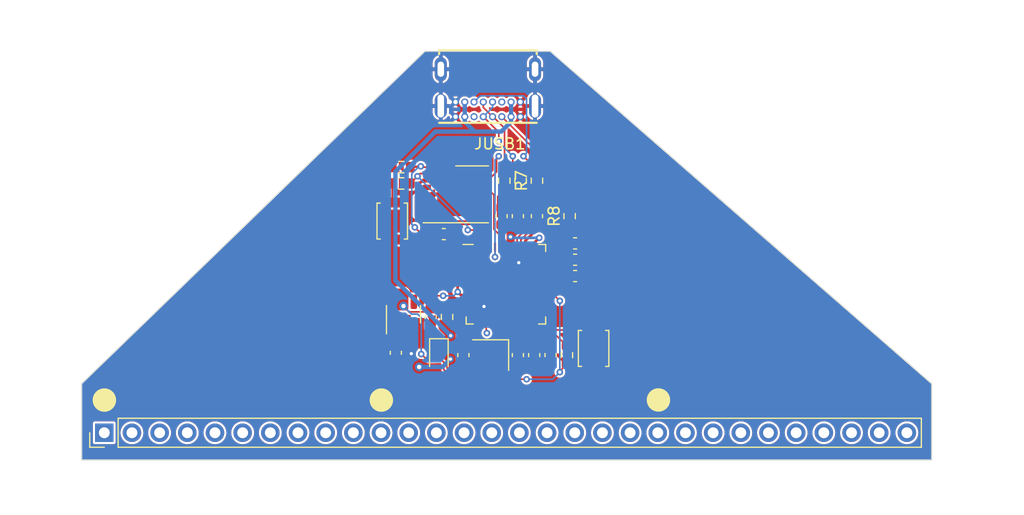
<source format=kicad_pcb>
(kicad_pcb (version 20221018) (generator pcbnew)
  (layers (0 "F.Cu" signal) (31 "B.Cu" signal) (34 "B.Paste" user) (35 "F.Paste" user) (36 "B.SilkS" user "B.Silkscreen") (37 "F.SilkS" user "F.Silkscreen") (38 "B.Mask" user) (39 "F.Mask" user) (44 "Edge.Cuts" user))
  (net 0 "")
  (net 1 "GND")
  (net 2 "+3V3")
  (net 3 "+5V")
  (net 4 "Net-(U1-VREG_VOUT)")
  (net 5 "Net-(U1-XIN)")
  (net 6 "Net-(U1-XOUT)")
  (net 7 "/~{QSPI_CS}")
  (net 8 "/USBBOOT")
  (net 9 "/~{RESET}")
  (net 10 "/USB_D-")
  (net 11 "/D-")
  (net 12 "/USB_D+")
  (net 13 "/D+")
  (net 14 "/QSPI_SD1")
  (net 15 "/QSPI_SD2")
  (net 16 "/QSPI_SD0")
  (net 17 "/QSPI_SCLK")
  (net 18 "/QSPI_SD3")
  (net 19 "/GPIO29")
  (net 20 "/GPIO28")
  (net 21 "/GPIO27")
  (net 22 "/GPIO26")
  (net 23 "/GPIO25")
  (net 24 "/GPIO24")
  (net 25 "/GPIO23")
  (net 26 "/GPIO22")
  (net 27 "/GPIO21")
  (net 28 "/GPIO20")
  (net 29 "/GPIO19")
  (net 30 "/GPIO18")
  (net 31 "/GPIO17")
  (net 32 "/GPIO16")
  (net 33 "/GPIO15")
  (net 34 "/GPIO14")
  (net 35 "/GPIO13")
  (net 36 "/GPIO12")
  (net 37 "/GPIO11")
  (net 38 "/GPIO10")
  (net 39 "/GPIO9")
  (net 40 "/GPIO8")
  (net 41 "/GPIO7")
  (net 42 "/GPIO6")
  (net 43 "/GPIO5")
  (net 44 "/GPIO4")
  (net 45 "/GPIO3")
  (net 46 "/GPIO2")
  (net 47 "/GPIO1")
  (net 48 "/GPIO0")
  (net 49 "Net-(D1-K)")
  (net 50 "Net-(JUSB1-CC1)")
  (net 53 "Net-(JUSB1-CC2)")
  (footprint "Button_Switch_SMD:SW_SPST_B3U-1000P" (layer "F.Cu") (at 142 79.57 90)
    (fp_text reference "SW2" hide)
    (fp_text value "SW_RESET" hide)
  )
  (footprint "Connector_PinHeader_2.54mm:PinHeader_1x30_P2.54mm_Vertical" (layer "F.Cu") (at 115.57 99 90)
    (fp_text reference "J2" hide)
    (fp_text value "Conn_01x30_Socket")
  )
  (footprint "Resistor_SMD:R_0603_1608Metric" (layer "F.Cu") (at 158.03 91.87 90)
    (fp_text reference "R2" hide)
    (fp_text value "10K")
  )
  (footprint "Resistor_SMD:R_0603_1608Metric" (layer "F.Cu") (at 158.28 79.12 90)
    (fp_text reference "R8")
    (fp_text value "5.1k")
  )
  (footprint "Package_TO_SOT_SMD:SOT-23-5" (layer "F.Cu") (at 143.03 88.12 90)
    (fp_text reference "U2" hide)
    (fp_text value "AP2112K-3.3" hide)
  )
  (footprint "Package_DFN_QFN_Extra:QFN-56_EP_7x7_Pitch0.4mm" (layer "F.Cu") (at 152.43 85.37)
    (fp_text reference "U1" hide)
    (fp_text value "RP2040")
  )
  (footprint "Capacitor_SMD:C_0603_1608Metric" (layer "F.Cu") (at 153.53 91.87 -90)
    (fp_text reference "C15" hide)
    (fp_text value "12pF")
  )
  (footprint "Resistor_SMD:R_0603_1608Metric" (layer "F.Cu") (at 142.83 76.12)
    (fp_text reference "R1" hide)
    (fp_text value "1K")
  )
  (footprint "Keyboard:GCT_USB4085-GF-A_REVA4" (layer "F.Cu") (at 150.78 65.97 180)
    (fp_text reference "JUSB1")
    (fp_text value "USB Port")
  )
  (footprint "Capacitor_SMD:C_0603_1608Metric" (layer "F.Cu") (at 155.28 79.12 90)
    (fp_text reference "C13" hide)
    (fp_text value "1uF")
  )
  (footprint "Capacitor_SMD:C_0603_1608Metric" (layer "F.Cu") (at 152.03 79.12 90)
    (fp_text reference "C12" hide)
    (fp_text value "0.1uF")
  )
  (footprint "Capacitor_SMD:C_0603_1608Metric" (layer "F.Cu") (at 158.78 83.12)
    (fp_text reference "C5" hide)
    (fp_text value "0.1uF")
  )
  (footprint "Resistor_SMD:R_0603_1608Metric" (layer "F.Cu") (at 155.28 75.87 90)
    (fp_text reference "R7")
    (fp_text value "5.1k" hide)
  )
  (footprint "Capacitor_SMD:C_0603_1608Metric" (layer "F.Cu") (at 156.53 91.87 -90)
    (fp_text reference "C11" hide)
    (fp_text value "0.1uF")
  )
  (footprint "Package_SON:WSON-8-1EP_6x5mm_P1.27mm_EP3.4x4mm" (layer "F.Cu") (at 147.83 77.12)
    (fp_text reference "U3" hide)
    (fp_text value "W25Q64JV" hide)
  )
  (footprint "Capacitor_SMD:C_0603_1608Metric" (layer "F.Cu") (at 158.78 84.62)
    (fp_text reference "C4" hide)
    (fp_text value "0.1uF")
  )
  (footprint "Resistor_SMD:R_0603_1608Metric" (layer "F.Cu") (at 147.03 88.37 -90)
    (fp_text reference "R6" hide)
    (fp_text value "100K")
  )
  (footprint "Button_Switch_SMD:SW_SPST_B3U-1000P" (layer "F.Cu") (at 160.48 91.26 90)
    (fp_text reference "SW1" hide)
    (fp_text value "SW_RESET" hide)
  )
  (footprint "Capacitor_SMD:C_0603_1608Metric" (layer "F.Cu") (at 145.53 88.37 90)
    (fp_text reference "C6" hide)
    (fp_text value "10uF")
  )
  (footprint "Capacitor_SMD:C_0603_1608Metric" (layer "F.Cu") (at 158.78 81.62)
    (fp_text reference "C10" hide)
    (fp_text value "1uF")
  )
  (footprint "Resistor_SMD:R_0603_1608Metric" (layer "F.Cu") (at 153.78 75.87 90)
    (fp_text reference "R3" hide)
    (fp_text value "27R")
  )
  (footprint "Capacitor_SMD:C_0603_1608Metric" (layer "F.Cu") (at 148.53 91.87 90)
    (fp_text reference "C14" hide)
    (fp_text value "12pF")
  )
  (footprint "Resistor_SMD:R_0603_1608Metric" (layer "F.Cu") (at 152.28 75.87 90)
    (fp_text reference "R4" hide)
    (fp_text value "27R")
  )
  (footprint "Capacitor_SMD:C_0603_1608Metric" (layer "F.Cu") (at 153.53 79.12 90)
    (fp_text reference "C8" hide)
    (fp_text value "0.1uF")
  )
  (footprint "Diode_SMD:D_SOD-323" (layer "F.Cu") (at 146.28 91.87 -90)
    (fp_text reference "D1" hide)
    (fp_text value "D_Schottky_Small" hide)
  )
  (footprint "Resistor_SMD:R_0603_1608Metric" (layer "F.Cu") (at 142.83 74.62)
    (fp_text reference "R5" hide)
    (fp_text value "10K")
  )
  (footprint "Capacitor_SMD:C_0603_1608Metric" (layer "F.Cu") (at 146.73 80.77 180)
    (fp_text reference "C1" hide)
    (fp_text value "0.1uF")
  )
  (footprint "Crystal:Crystal_SMD_2520-4Pin_2.5x2.0mm" (layer "F.Cu") (at 151.03 91.87 180)
    (fp_text reference "Y1" hide)
    (fp_text value "XYDBPCNANF-12MHZ" hide)
  )
  (footprint "Capacitor_SMD:C_0603_1608Metric" (layer "F.Cu") (at 155.03 91.87 -90)
    (fp_text reference "C3" hide)
    (fp_text value "0.1uF")
  )
  (footprint "Capacitor_SMD:C_0603_1608Metric" (layer "F.Cu") (at 142.33 91.66 -90)
    (fp_text reference "C2" hide)
    (fp_text value "10uF")
  )
  (gr_circle (center 115.58 96) (end 116.58 96) (stroke (width 0.15)) (fill solid) (layer "F.SilkS"))
  (gr_circle (center 141 96) (end 142 96) (stroke (width 0.15)) (fill solid) (layer "F.SilkS"))
  (gr_circle (center 166.43 95.99) (end 167.43 95.99) (stroke (width 0.15)) (fill solid) (layer "F.SilkS"))
  (gr_line (start 156.5 64) (end 191.5 94.5) (stroke (width 0.1)) (layer "Edge.Cuts"))
  (gr_line (start 145 64) (end 156.5 64) (stroke (width 0.1)) (layer "Edge.Cuts"))
  (gr_line (start 191.5 94.5) (end 191.5 101.5) (stroke (width 0.1)) (layer "Edge.Cuts"))
  (gr_line (start 113.5 94.5) (end 145 64) (stroke (width 0.1)) (layer "Edge.Cuts"))
  (gr_line (start 191.5 101.5) (end 113.5 101.5) (stroke (width 0.1)) (layer "Edge.Cuts"))
  (gr_line (start 113.5 101.5) (end 113.5 94.5) (stroke (width 0.1)) (layer "Edge.Cuts"))
  (segment (start 158.242 79.9075) (end 158.28 79.945) (width 0.25) (layer "F.Cu") (net 1))
  (segment (start 148.605 91.17) (end 148.53 91.095) (width 0.3) (layer "F.Cu") (net 1))
  (segment (start 143.36 91.405) (end 142.33 92.435) (width 0.15) (layer "F.Cu") (net 1))
  (segment (start 143.03 90.04) (end 143.36 90.37) (width 0.15) (layer "F.Cu") (net 1))
  (segment (start 143.36 90.37) (end 143.36 91.405) (width 0.15) (layer "F.Cu") (net 1))
  (segment (start 159.555 84.62) (end 159.555 83.12) (width 0.3) (layer "F.Cu") (net 1))
  (segment (start 145.53 89.145) (end 145.53 89.045) (width 0.15) (layer "F.Cu") (net 1))
  (segment (start 156.455 92.57) (end 156.53 92.645) (width 0.3) (layer "F.Cu") (net 1))
  (segment (start 145.53 89.045) (end 147.03 87.545) (width 0.15) (layer "F.Cu") (net 1))
  (segment (start 155.28 76.695) (end 155.28 78.345) (width 0.3) (layer "F.Cu") (net 1))
  (segment (start 150.155 91.17) (end 148.605 91.17) (width 0.3) (layer "F.Cu") (net 1))
  (segment (start 147.83 77.12) (end 147.03 76.32) (width 0.15) (layer "F.Cu") (net 1))
  (segment (start 159.555 83.12) (end 159.555 81.62) (width 0.3) (layer "F.Cu") (net 1))
  (segment (start 151.905 92.57) (end 156.455 92.57) (width 0.3) (layer "F.Cu") (net 1))
  (segment (start 143.03 89.2575) (end 143.03 90.04) (width 0.15) (layer "F.Cu") (net 1))
  (segment (start 153.53 78.345) (end 152.03 78.345) (width 0.3) (layer "F.Cu") (net 1))
  (segment (start 145.168 79.025) (end 145.168 78.9075) (width 0.2) (layer "F.Cu") (net 1))
  (segment (start 147.03 76.32) (end 147.03 75.87) (width 0.15) (layer "F.Cu") (net 1))
  (via (at 153.61 83.39) (size 0.6) (drill 0.3) (layers "F.Cu" "B.Cu") (net 1))
  (via (at 150.42 87.41) (size 0.6) (drill 0.3) (layers "F.Cu" "B.Cu") (net 1))
  (via (at 143.75 91.74) (size 0.6) (drill 0.3) (layers "F.Cu" "B.Cu") (net 1))
  (segment (start 152.63 88.8075) (end 152.63 89.52) (width 0.25) (layer "F.Cu") (net 2))
  (segment (start 157.13 84.87) (end 157.38 84.62) (width 0.25) (layer "F.Cu") (net 2))
  (segment (start 148.005 82.77) (end 147.505 82.27) (width 0.25) (layer "F.Cu") (net 2))
  (segment (start 143.7225 74.5525) (end 144.6202 74.5525) (width 0.15) (layer "F.Cu") (net 2))
  (segment (start 155.8675 86.37) (end 155.868 86.37) (width 0.15) (layer "F.Cu") (net 2))
  (segment (start 155.805 91.87) (end 157.205 91.87) (width 0.3) (layer "F.Cu") (net 2))
  (segment (start 148.5389 94.09) (end 148.045 93.5961) (width 0.15) (layer "F.Cu") (net 2))
  (segment (start 152.63 80.795) (end 153.53 79.895) (width 0.25) (layer "F.Cu") (net 2))
  (segment (start 147.7876 93.5976) (end 147.116 93.5976) (width 0.15) (layer "F.Cu") (net 2))
  (segment (start 158.005 83.12) (end 158.005 84.62) (width 0.25) (layer "F.Cu") (net 2))
  (segment (start 156.253 82.77) (end 156.778 82.245) (width 0.25) (layer "F.Cu") (net 2))
  (segment (start 157.13 85.97) (end 157.13 84.87) (width 0.25) (layer "F.Cu") (net 2))
  (segment (start 147.505 80.77) (end 147.505 81.52) (width 0.4) (layer "F.Cu") (net 2))
  (segment (start 155.03 91.095) (end 155.805 91.87) (width 0.3) (layer "F.Cu") (net 2))
  (segment (start 145.2196 87.9054) (end 145.53 87.595) (width 0.15) (layer "F.Cu") (net 2))
  (segment (start 148.01 86.075) (end 148.01 86.07) (width 0.25) (layer "F.Cu") (net 2))
  (segment (start 155.23 82.77) (end 154.73 82.77) (width 0.25) (layer "F.Cu") (net 2))
  (segment (start 146.7319 93.2135) (end 146.7319 92.5261) (width 0.15) (layer "F.Cu") (net 2))
  (segment (start 149.897 74.62) (end 150.492 75.215) (width 0.15) (layer "F.Cu") (net 2))
  (segment (start 147.505 81.52) (end 147.505 81.895) (width 0.4) (layer "F.Cu") (net 2))
  (segment (start 145.53 86.8) (end 145.9 86.43) (width 0.15) (layer "F.Cu") (net 2))
  (segment (start 152.85 81.015) (end 152.85 81.02) (width 0.25) (layer "F.Cu") (net 2))
  (segment (start 146.67 86.43) (end 146.665 86.43) (width 0.15) (layer "F.Cu") (net 2))
  (segment (start 147.505 81.52) (end 147.505 80.77) (width 0.4) (layer "F.Cu") (net 2))
  (segment (start 154.305 90.37) (end 155.03 91.095) (width 0.25) (layer "F.Cu") (net 2))
  (segment (start 148.992 82.77) (end 148.9925 82.77) (width 0.15) (layer "F.Cu") (net 2))
  (segment (start 154.73 82.77) (end 154.63 82.67) (width 0.25) (layer "F.Cu") (net 2))
  (segment (start 145.53 87.595) (end 145.53 86.8) (width 0.15) (layer "F.Cu") (net 2))
  (segment (start 156.73 86.37) (end 157.13 85.97) (width 0.25) (layer "F.Cu") (net 2))
  (segment (start 158.005 81.237) (end 158.005 81.62) (width 0.25) (layer "F.Cu") (net 2))
  (segment (start 155.23 82.77) (end 155.03 82.57) (width 0.25) (layer "F.Cu") (net 2))
  (segment (start 143.655 74.62) (end 149.897 74.62) (width 0.15) (layer "F.Cu") (net 2))
  (segment (start 143.5309 87.9054) (end 145.2196 87.9054) (width 0.15) (layer "F.Cu") (net 2))
  (segment (start 158.245 92.695) (end 158.03 92.695) (width 0.3) (layer "F.Cu") (net 2))
  (segment (start 152.85 81.02) (end 152.855 81.02) (width 0.25) (layer "F.Cu") (net 2))
  (segment (start 154.63 82.67) (end 154.63 81.9325) (width 0.25) (layer "F.Cu") (net 2))
  (segment (start 148.992 86.37) (end 148.9925 86.37) (width 0.15) (layer "F.Cu") (net 2))
  (segment (start 148.01 86.07) (end 148.005 86.07) (width 0.25) (layer "F.Cu") (net 2))
  (segment (start 147.505 81.895) (end 145.8166 81.895) (width 0.15) (layer "F.Cu") (net 2))
  (segment (start 150.4925 75.215) (end 150.585 75.215) (width 0.25) (layer "F.Cu") (net 2))
  (segment (start 148.005 85.09) (end 148.005 82.77) (width 0.25) (layer "F.Cu") (net 2))
  (segment (start 145.8166 81.895) (end 145.6125 81.6909) (width 0.15) (layer "F.Cu") (net 2))
  (segment (start 152.855 81.02) (end 153.03 81.195) (width 0.25) (layer "F.Cu") (net 2))
  (segment (start 147.7891 93.5961) (end 147.7876 93.5976) (width 0.15) (layer "F.Cu") (net 2))
  (segment (start 155.868 86.37) (end 156.73 86.37) (width 0.25) (layer "F.Cu") (net 2))
  (segment (start 145.6125 81.6909) (end 144.0693 80.1477) (width 0.15) (layer "F.Cu") (net 2))
  (segment (start 156.73 86.37) (end 156.8537 86.37) (width 0.15) (layer "F.Cu") (net 2))
  (segment (start 145.2731 92.3931) (end 144.66 91.78) (width 0.15) (layer "F.Cu") (net 2))
  (segment (start 142.08 86.9825) (end 142.6425 86.9825) (width 0.15) (layer "F.Cu") (net 2))
  (segment (start 150.492 75.215) (end 150.4925 75.215) (width 0.25) (layer "F.Cu") (net 2))
  (segment (start 146.7319 92.5261) (end 146.5989 92.3931) (width 0.15) (layer "F.Cu") (net 2))
  (segment (start 142.6425 86.9825) (end 143.03 87.37) (width 0.15) (layer "F.Cu") (net 2))
  (segment (start 157.38 84.62) (end 158.005 84.62) (width 0.25) (layer "F.Cu") (net 2))
  (segment (start 154.33 94.09) (end 148.5389 94.09) (width 0.15) (layer "F.Cu") (net 2))
  (segment (start 148.005 86.07) (end 148.005 86.07) (width 0.25) (layer "F.Cu") (net 2))
  (segment (start 157.205 91.87) (end 158.03 92.695) (width 0.3) (layer "F.Cu") (net 2))
  (segment (start 148.992 86.37) (end 148.305 86.37) (width 0.25) (layer "F.Cu") (net 2))
  (segment (start 147.505 81.895) (end 147.505 82.27) (width 0.4) (layer "F.Cu") (net 2))
  (segment (start 156.778 82.245) (end 158.005 82.245) (width 0.25) (layer "F.Cu") (net 2))
  (segment (start 155.03 81.9325) (end 155.03 81.57) (width 0.25) (layer "F.Cu") (net 2))
  (segment (start 147.116 93.5976) (end 146.7319 93.2135) (width 0.15) (layer "F.Cu") (net 2))
  (segment (start 148.005 86.07) (end 148.005 85.09) (width 0.25) (layer "F.Cu") (net 2))
  (segment (start 148.305 86.37) (end 148.01 86.075) (width 0.25) (layer "F.Cu") (net 2))
  (segment (start 146.5989 92.3931) (end 145.2731 92.3931) (width 0.15) (layer "F.Cu") (net 2))
  (segment (start 156.8537 86.37) (end 157.3784 86.8947) (width 0.15) (layer "F.Cu") (net 2))
  (segment (start 155.23 82.77) (end 155.8675 82.77) (width 0.25) (layer "F.Cu") (net 2))
  (segment (start 157.3784 93.3466) (end 158.03 92.695) (width 0.15) (layer "F.Cu") (net 2))
  (segment (start 153.48 90.37) (end 154.305 90.37) (width 0.25) (layer "F.Cu") (net 2))
  (segment (start 148.992 82.77) (end 148.005 82.77) (width 0.25) (layer "F.Cu") (net 2))
  (segment (start 148.045 93.5961) (end 147.7891 93.5961) (width 0.15) (layer "F.Cu") (net 2))
  (segment (start 158.005 82.245) (end 158.005 83.12) (width 0.25) (layer "F.Cu") (net 2))
  (segment (start 142.9559 87.3304) (end 143.5309 87.9054) (width 0.15) (layer "F.Cu") (net 2))
  (segment (start 152.63 89.52) (end 153.48 90.37) (width 0.25) (layer "F.Cu") (net 2))
  (segment (start 152.63 81.9325) (end 152.63 80.795) (width 0.25) (layer "F.Cu") (net 2))
  (segment (start 153.03 81.195) (end 153.03 81.9325) (width 0.25) (layer "F.Cu") (net 2))
  (segment (start 157.3784 93.4409) (end 157.3784 93.3466) (width 0.15) (layer "F.Cu") (net 2))
  (segment (start 155.8675 82.77) (end 156.253 82.77) (width 0.25) (layer "F.Cu") (net 2))
  (segment (start 143.655 74.62) (end 143.7225 74.5525) (width 0.15) (layer "F.Cu") (net 2))
  (segment (start 158.005 81.62) (end 158.005 82.245) (width 0.25) (layer "F.Cu") (net 2))
  (segment (start 155.03 82.57) (end 155.03 81.9325) (width 0.25) (layer "F.Cu") (net 2))
  (segment (start 155.03 81.57) (end 155.49 81.11) (width 0.25) (layer "F.Cu") (net 2))
  (segment (start 152.63 80.795) (end 152.85 81.015) (width 0.25) (layer "F.Cu") (net 2))
  (segment (start 145.9 86.43) (end 146.67 86.43) (width 0.15) (layer "F.Cu") (net 2))
  (via (at 152.85 81.02) (size 0.6) (drill 0.3) (layers "F.Cu" "B.Cu") (net 2))
  (via (at 148.01 86.07) (size 0.6) (drill 0.3) (layers "F.Cu" "B.Cu") (net 2))
  (via (at 144.0693 80.1477) (size 0.6) (drill 0.3) (layers "F.Cu" "B.Cu") (net 2))
  (via (at 144.6202 74.5525) (size 0.6) (drill 0.3) (layers "F.Cu" "B.Cu") (net 2))
  (via (at 144.66 91.78) (size 0.6) (drill 0.3) (layers "F.Cu" "B.Cu") (net 2))
  (via (at 146.67 86.43) (size 0.6) (drill 0.3) (layers "F.Cu" "B.Cu") (net 2))
  (via (at 155.49 81.11) (size 0.6) (drill 0.3) (layers "F.Cu" "B.Cu") (net 2))
  (via (at 154.33 94.09) (size 0.6) (drill 0.3) (layers "F.Cu" "B.Cu") (net 2))
  (via (at 157.3784 86.8947) (size 0.6) (drill 0.3) (layers "F.Cu" "B.Cu") (net 2))
  (via (at 157.3784 93.4409) (size 0.6) (drill 0.3) (layers "F.Cu" "B.Cu") (net 2))
  (via (at 143.03 87.37) (size 0.8) (drill 0.4) (layers "F.Cu" "B.Cu") (net 2))
  (segment (start 156.7293 94.09) (end 154.33 94.09) (width 0.15) (layer "B.Cu") (net 2))
  (segment (start 143.7911 75.2246) (end 144.4632 74.5525) (width 0.15) (layer "B.Cu") (net 2))
  (segment (start 143.77 88.11) (end 143.03 87.37) (width 0.15) (layer "B.Cu") (net 2))
  (segment (start 144.0693 80.1477) (end 143.7911 79.8695) (width 0.15) (layer "B.Cu") (net 2))
  (segment (start 157.3784 93.4409) (end 157.3784 86.8947) (width 0.15) (layer "B.Cu") (net 2))
  (segment (start 147.65 86.43) (end 148.01 86.07) (width 0.15) (layer "B.Cu") (net 2))
  (segment (start 157.3784 93.4409) (end 156.7293 94.09) (width 0.15) (layer "B.Cu") (net 2))
  (segment (start 144.66 88.44) (end 144.33 88.11) (width 0.15) (layer "B.Cu") (net 2))
  (segment (start 144.66 91.78) (end 144.66 88.44) (width 0.15) (layer "B.Cu") (net 2))
  (segment (start 144.33 88.11) (end 143.77 88.11) (width 0.15) (layer "B.Cu") (net 2))
  (segment (start 146.67 86.43) (end 147.65 86.43) (width 0.15) (layer "B.Cu") (net 2))
  (segment (start 144.4632 74.5525) (end 144.6202 74.5525) (width 0.15) (layer "B.Cu") (net 2))
  (segment (start 155.49 81.11) (end 152.94 81.11) (width 0.25) (layer "B.Cu") (net 2))
  (segment (start 143.7911 79.8695) (end 143.7911 75.2246) (width 0.15) (layer "B.Cu") (net 2))
  (segment (start 152.94 81.11) (end 152.85 81.02) (width 0.25) (layer "B.Cu") (net 2))
  (via (at 147.34 92.24) (size 0.6) (drill 0.3) (layers "F.Cu" "B.Cu") (net 3))
  (via (at 147.36 90.09) (size 0.6) (drill 0.3) (layers "F.Cu" "B.Cu") (net 3))
  (via (at 144.47 92.96) (size 0.8) (drill 0.4) (layers "F.Cu" "B.Cu") (net 3))
  (segment (start 152.905 69.995) (end 152.905 70.454619) (width 0.4) (layer "B.Cu") (net 3))
  (segment (start 148.655 69.995) (end 148.655 68.645) (width 0.4) (layer "B.Cu") (net 3))
  (segment (start 149.560381 71.36) (end 145.96 71.36) (width 0.4) (layer "B.Cu") (net 3))
  (segment (start 152.905 70.454619) (end 151.999619 71.36) (width 0.4) (layer "B.Cu") (net 3))
  (segment (start 152.905 68.645) (end 152.905 69.995) (width 0.4) (layer "B.Cu") (net 3))
  (segment (start 142.29 85.02) (end 147.36 90.09) (width 0.4) (layer "B.Cu") (net 3))
  (segment (start 149.560381 71.36) (end 148.655 70.454619) (width 0.4) (layer "B.Cu") (net 3))
  (segment (start 145.96 71.36) (end 142.67 74.65) (width 0.4) (layer "B.Cu") (net 3))
  (segment (start 148.655 70.454619) (end 148.655 69.995) (width 0.4) (layer "B.Cu") (net 3))
  (segment (start 142.29 82.28) (end 142.29 85.02) (width 0.4) (layer "B.Cu") (net 3))
  (segment (start 146.62 92.96) (end 147.34 92.24) (width 0.4) (layer "B.Cu") (net 3))
  (segment (start 142.67 74.65) (end 142.29 75.03) (width 0.4) (layer "B.Cu") (net 3))
  (segment (start 151.999619 71.36) (end 149.560381 71.36) (width 0.4) (layer "B.Cu") (net 3))
  (segment (start 144.47 92.96) (end 146.62 92.96) (width 0.4) (layer "B.Cu") (net 3))
  (segment (start 142.29 75.03) (end 142.29 82.28) (width 0.4) (layer "B.Cu") (net 3))
  (segment (start 153.646 89.97) (end 155.405 89.97) (width 0.25) (layer "F.Cu") (net 4))
  (segment (start 152.23 82.47) (end 152.53 82.77) (width 0.25) (layer "F.Cu") (net 4))
  (segment (start 155.28 80.32) (end 155.28 79.895) (width 0.25) (layer "F.Cu") (net 4))
  (segment (start 152.23 80.095) (end 152.03 79.895) (width 0.25) (layer "F.Cu") (net 4))
  (segment (start 153.03 89.3543) (end 153.646 89.97) (width 0.25) (layer "F.Cu") (net 4))
  (segment (start 154.23 81.37) (end 155.28 80.32) (width 0.25) (layer "F.Cu") (net 4))
  (segment (start 152.53 82.77) (end 153.93 82.77) (width 0.25) (layer "F.Cu") (net 4))
  (segment (start 154.82 83.4) (end 153.93 82.77) (width 0.15) (layer "F.Cu") (net 4))
  (segment (start 155.405 89.97) (end 156.53 91.095) (width 0.25) (layer "F.Cu") (net 4))
  (segment (start 153.93 82.77) (end 154.23 82.47) (width 0.25) (layer "F.Cu") (net 4))
  (segment (start 154.23 82.47) (end 154.23 81.9325) (width 0.25) (layer "F.Cu") (net 4))
  (segment (start 153.03 88.8075) (end 153.03 88.19) (width 0.15) (layer "F.Cu") (net 4))
  (segment (start 152.23 81.9325) (end 152.23 82.47) (width 0.25) (layer "F.Cu") (net 4))
  (segment (start 154.81 87.54) (end 154.82 83.4) (width 0.15) (layer "F.Cu") (net 4))
  (segment (start 152.23 81.9325) (end 152.23 80.095) (width 0.25) (layer "F.Cu") (net 4))
  (segment (start 153.03 88.8075) (end 153.03 89.3543) (width 0.25) (layer "F.Cu") (net 4))
  (segment (start 153.03 88.19) (end 154.81 87.54) (width 0.15) (layer "F.Cu") (net 4))
  (segment (start 154.23 81.9325) (end 154.23 81.37) (width 0.25) (layer "F.Cu") (net 4))
  (segment (start 151.83 89.77) (end 151.03 90.57) (width 0.15) (layer "F.Cu") (net 5))
  (segment (start 150.08 92.645) (end 150.155 92.57) (width 0.15) (layer "F.Cu") (net 5))
  (segment (start 151.03 90.57) (end 151.03 91.695) (width 0.15) (layer "F.Cu") (net 5))
  (segment (start 151.03 91.695) (end 150.155 92.57) (width 0.15) (layer "F.Cu") (net 5))
  (segment (start 151.83 88.8075) (end 151.83 89.77) (width 0.15) (layer "F.Cu") (net 5))
  (segment (start 148.53 92.645) (end 150.08 92.645) (width 0.15) (layer "F.Cu") (net 5))
  (segment (start 151.905 91.17) (end 153.455 91.17) (width 0.15) (layer "F.Cu") (net 6))
  (segment (start 152.23 88.8075) (end 152.23 90.845) (width 0.15) (layer "F.Cu") (net 6))
  (segment (start 153.455 91.17) (end 153.53 91.095) (width 0.15) (layer "F.Cu") (net 6))
  (segment (start 152.23 90.845) (end 151.905 91.17) (width 0.15) (layer "F.Cu") (net 6))
  (segment (start 144.56 75.215) (end 145.1675 75.215) (width 0.15) (layer "F.Cu") (net 7))
  (segment (start 148.93 80.395) (end 149.555 80.395) (width 0.15) (layer "F.Cu") (net 7))
  (segment (start 145.1675 75.215) (end 145.168 75.215) (width 0.15) (layer "F.Cu") (net 7))
  (segment (start 149.555 80.395) (end 149.83 80.67) (width 0.15) (layer "F.Cu") (net 7))
  (segment (start 143.655 76.12) (end 144.318 75.4575) (width 0.15) (layer "F.Cu") (net 7))
  (segment (start 142.155 74.62) (end 143.655 76.12) (width 0.15) (layer "F.Cu") (net 7))
  (segment (start 144.318 75.4575) (end 144.56 75.215) (width 0.15) (layer "F.Cu") (net 7))
  (segment (start 142.005 74.62) (end 142.155 74.62) (width 0.15) (layer "F.Cu") (net 7))
  (segment (start 149.83 80.67) (end 149.83 81.9325) (width 0.15) (layer "F.Cu") (net 7))
  (via (at 144.318 75.4575) (size 0.6) (drill 0.3) (layers "F.Cu" "B.Cu") (net 7))
  (via (at 148.93 80.395) (size 0.6) (drill 0.3) (layers "F.Cu" "B.Cu") (net 7))
  (segment (start 148.93 80.0695) (end 148.93 80.395) (width 0.15) (layer "B.Cu") (net 7))
  (segment (start 144.318 75.4575) (end 148.93 80.0695) (width 0.15) (layer "B.Cu") (net 7))
  (segment (start 142.005 76.12) (end 142 77.87) (width 0.15) (layer "F.Cu") (net 8))
  (segment (start 156.555 89.57) (end 158.03 91.045) (width 0.15) (layer "F.Cu") (net 9))
  (segment (start 156.555 89.57) (end 159.33 89.57) (width 0.15) (layer "F.Cu") (net 9))
  (segment (start 154.23 88.8075) (end 154.23 89.37) (width 0.15) (layer "F.Cu") (net 9))
  (segment (start 159.34 89.57) (end 160.48 89.57) (width 0.15) (layer "F.Cu") (net 9))
  (segment (start 154.43 89.57) (end 156.555 89.57) (width 0.15) (layer "F.Cu") (net 9))
  (segment (start 154.23 89.37) (end 154.43 89.57) (width 0.15) (layer "F.Cu") (net 9))
  (segment (start 151.7787 71.4187) (end 151.7787 72.24) (width 0.15) (layer "F.Cu") (net 10))
  (segment (start 153.78 75.045) (end 153.0626 74.3276) (width 0.15) (layer "F.Cu") (net 10))
  (segment (start 150.355 69.995) (end 151.4537 71.0937) (width 0.15) (layer "F.Cu") (net 10))
  (segment (start 151.4537 71.0937) (end 151.7787 71.4187) (width 0.15) (layer "F.Cu") (net 10))
  (segment (start 153.0626 74.3276) (end 153.0626 73.6189) (width 0.15) (layer "F.Cu") (net 10))
  (via (at 153.0626 73.6189) (size 0.6) (drill 0.3) (layers "F.Cu" "B.Cu") (net 10))
  (via (at 151.7787 72.24) (size 0.6) (drill 0.3) (layers "F.Cu" "B.Cu") (net 10))
  (segment (start 151.205 69.145) (end 150.355 69.995) (width 0.15) (layer "B.Cu") (net 10))
  (segment (start 151.7787 72.24) (end 151.7787 72.335) (width 0.15) (layer "B.Cu") (net 10))
  (segment (start 151.205 68.645) (end 151.205 69.145) (width 0.15) (layer "B.Cu") (net 10))
  (segment (start 151.7787 72.335) (end 153.0626 73.6189) (width 0.15) (layer "B.Cu") (net 10))
  (segment (start 154.48 77.32) (end 154.58 77.42) (width 0.15) (layer "F.Cu") (net 11))
  (segment (start 153.805 81.295) (end 153.805 81.57) (width 0.15) (layer "F.Cu") (net 11))
  (segment (start 153.88 77.32) (end 154.48 77.32) (width 0.15) (layer "F.Cu") (net 11))
  (segment (start 153.83 81.595) (end 153.83 81.9325) (width 0.15) (layer "F.Cu") (net 11))
  (segment (start 154.58 77.42) (end 154.58 80.52) (width 0.15) (layer "F.Cu") (net 11))
  (segment (start 153.805 81.57) (end 153.83 81.595) (width 0.15) (layer "F.Cu") (net 11))
  (segment (start 153.78 76.9725) (end 153.78 77.22) (width 0.15) (layer "F.Cu") (net 11))
  (segment (start 153.78 76.9725) (end 153.78 76.695) (width 0.15) (layer "F.Cu") (net 11))
  (segment (start 153.78 77.22) (end 153.88 77.32) (width 0.15) (layer "F.Cu") (net 11))
  (segment (start 154.58 80.52) (end 153.805 81.295) (width 0.15) (layer "F.Cu") (net 11))
  (segment (start 153.78 76.695) (end 153.78 76.9725) (width 0.15) (layer "F.Cu") (net 11))
  (segment (start 150.355 68.645) (end 150.355 69.145) (width 0.15) (layer "F.Cu") (net 12))
  (segment (start 152.28 75.045) (end 152.3037 75.0213) (width 0.15) (layer "F.Cu") (net 12))
  (segment (start 152.3037 75.0213) (end 152.3037 71.043) (width 0.15) (layer "F.Cu") (net 12))
  (segment (start 150.355 69.145) (end 151.205 69.995) (width 0.15) (layer "F.Cu") (net 12))
  (segment (start 152.3037 71.043) (end 151.2557 69.995) (width 0.15) (layer "F.Cu") (net 12))
  (segment (start 151.2557 69.995) (end 151.205 69.995) (width 0.15) (layer "F.Cu") (net 12))
  (segment (start 152.355 76.695) (end 152.43 76.77) (width 0.25) (layer "F.Cu") (net 13))
  (segment (start 154.23 80.37) (end 154.23 77.9175) (width 0.15) (layer "F.Cu") (net 13))
  (segment (start 153.455 81.57) (end 153.455 81.145) (width 0.15) (layer "F.Cu") (net 13))
  (segment (start 153.455 81.145) (end 154.23 80.37) (width 0.15) (layer "F.Cu") (net 13))
  (segment (start 153.255 77.67) (end 152.28 76.695) (width 0.15) (layer "F.Cu") (net 13))
  (segment (start 153.43 81.9325) (end 153.43 81.595) (width 0.15) (layer "F.Cu") (net 13))
  (segment (start 152.28 76.695) (end 152.355 76.695) (width 0.25) (layer "F.Cu") (net 13))
  (segment (start 153.43 81.595) (end 153.455 81.57) (width 0.15) (layer "F.Cu") (net 13))
  (segment (start 153.983 77.67) (end 153.255 77.67) (width 0.15) (layer "F.Cu") (net 13))
  (segment (start 154.23 77.9175) (end 153.983 77.67) (width 0.15) (layer "F.Cu") (net 13))
  (segment (start 145.015 76.485) (end 144.13 77.37) (width 0.15) (layer "F.Cu") (net 14))
  (segment (start 144.13 77.37) (end 144.13 79.07) (width 0.15) (layer "F.Cu") (net 14))
  (segment (start 149.53 79.87) (end 150.23 80.57) (width 0.15) (layer "F.Cu") (net 14))
  (segment (start 145.168 76.485) (end 145.1675 76.485) (width 0.15) (layer "F.Cu") (net 14))
  (segment (start 144.13 79.07) (end 144.93 79.87) (width 0.15) (layer "F.Cu") (net 14))
  (segment (start 144.93 79.87) (end 149.53 79.87) (width 0.15) (layer "F.Cu") (net 14))
  (segment (start 145.1675 76.485) (end 145.015 76.485) (width 0.15) (layer "F.Cu") (net 14))
  (segment (start 150.23 80.57) (end 150.23 81.9325) (width 0.15) (layer "F.Cu") (net 14))
  (segment (start 150.63 80.47) (end 149.73 79.57) (width 0.15) (layer "F.Cu") (net 15))
  (segment (start 145.168 77.755) (end 145.1675 77.755) (width 0.15) (layer "F.Cu") (net 15))
  (segment (start 145.315 77.755) (end 145.168 77.755) (width 0.15) (layer "F.Cu") (net 15))
  (segment (start 149.73 79.57) (end 146.13 79.57) (width 0.15) (layer "F.Cu") (net 15))
  (segment (start 150.63 81.9325) (end 150.63 80.47) (width 0.15) (layer "F.Cu") (net 15))
  (segment (start 146.13 79.57) (end 145.83 79.27) (width 0.15) (layer "F.Cu") (net 15))
  (segment (start 145.83 79.27) (end 145.83 78.27) (width 0.15) (layer "F.Cu") (net 15))
  (segment (start 145.83 78.27) (end 145.315 77.755) (width 0.15) (layer "F.Cu") (net 15))
  (segment (start 150.685 79.025) (end 150.4925 79.025) (width 0.15) (layer "F.Cu") (net 16))
  (segment (start 151.03 81.9325) (end 151.03 79.37) (width 0.15) (layer "F.Cu") (net 16))
  (segment (start 150.4925 79.025) (end 150.492 79.025) (width 0.15) (layer "F.Cu") (net 16))
  (segment (start 151.03 79.37) (end 150.685 79.025) (width 0.15) (layer "F.Cu") (net 16))
  (segment (start 149.8776 77.1401) (end 149.8776 76.1609) (width 0.15) (layer "F.Cu") (net 17))
  (segment (start 151.5764 73.8143) (end 151.7719 73.6188) (width 0.15) (layer "F.Cu") (net 17))
  (segment (start 150.6196 76.0076) (end 151.5764 75.0508) (width 0.15) (layer "F.Cu") (net 17))
  (segment (start 150.4925 77.755) (end 149.8776 77.1401) (width 0.15) (layer "F.Cu") (net 17))
  (segment (start 149.8776 76.1609) (end 150.0309 76.0076) (width 0.15) (layer "F.Cu") (net 17))
  (segment (start 150.0309 76.0076) (end 150.6196 76.0076) (width 0.15) (layer "F.Cu") (net 17))
  (segment (start 151.5764 75.0508) (end 151.5764 73.8143) (width 0.15) (layer "F.Cu") (net 17))
  (segment (start 151.43 81.9325) (end 151.43 82.87) (width 0.15) (layer "F.Cu") (net 17))
  (via (at 151.7719 73.6188) (size 0.6) (drill 0.3) (layers "F.Cu" "B.Cu") (net 17))
  (via (at 151.43 82.87) (size 0.6) (drill 0.3) (layers "F.Cu" "B.Cu") (net 17))
  (segment (start 151.43 73.9607) (end 151.7719 73.6188) (width 0.15) (layer "B.Cu") (net 17))
  (segment (start 151.43 82.87) (end 151.43 73.9607) (width 0.15) (layer "B.Cu") (net 17))
  (segment (start 151.83 80.82) (end 151.33 80.32) (width 0.15) (layer "F.Cu") (net 18))
  (segment (start 151.83 81.9325) (end 151.83 80.82) (width 0.15) (layer "F.Cu") (net 18))
  (segment (start 150.645 76.485) (end 150.4925 76.485) (width 0.15) (layer "F.Cu") (net 18))
  (segment (start 150.4925 76.485) (end 150.492 76.485) (width 0.15) (layer "F.Cu") (net 18))
  (segment (start 151.33 80.32) (end 151.33 77.17) (width 0.15) (layer "F.Cu") (net 18))
  (segment (start 151.33 77.17) (end 150.645 76.485) (width 0.15) (layer "F.Cu") (net 18))
  (segment (start 150.63 89.7952) (end 150.6847 89.8499) (width 0.15) (layer "F.Cu") (net 34))
  (segment (start 150.63 88.8075) (end 150.63 89.7952) (width 0.15) (layer "F.Cu") (net 34))
  (via (at 150.6847 89.8499) (size 0.6) (drill 0.3) (layers "F.Cu" "B.Cu") (net 34))
  (segment (start 148.9925 86.77) (end 148.992 86.77) (width 0.15) (layer "F.Cu") (net 40))
  (segment (start 148.992 86.77) (end 148.967 86.745) (width 0.15) (layer "F.Cu") (net 40))
  (segment (start 158.28 76.22) (end 152.055 69.995) (width 0.15) (layer "F.Cu") (net 50))
  (segment (start 158.28 78.295) (end 158.28 76.22) (width 0.15) (layer "F.Cu") (net 50))
  (segment (start 155.28 75.045) (end 155.28 74.8557) (width 0.15) (layer "F.Cu") (net 53))
  (segment (start 155.28 74.8557) (end 154.0432 73.6189) (width 0.15) (layer "F.Cu") (net 53))
  (via (at 154.0432 73.6189) (size 0.6) (drill 0.3) (layers "F.Cu" "B.Cu") (net 53))
  (segment (start 154.3241 73.338) (end 154.0432 73.6189) (width 0.15) (layer "B.Cu") (net 53))
  (segment (start 149.505 68.645) (end 150.0722 68.0778) (width 0.15) (layer "B.Cu") (net 53))
  (segment (start 150.0722 68.0778) (end 154.0477 68.0778) (width 0.15) (layer "B.Cu") (net 53))
  (segment (start 154.3241 68.3542) (end 154.3241 73.338) (width 0.15) (layer "B.Cu") (net 53))
  (segment (start 154.0477 68.0778) (end 154.3241 68.3542) (width 0.15) (layer "B.Cu") (net 53))
  (zone (net 2) (net_name "+3V3") (layer "F.Cu") (priority 2) (connect_pads yes (clearance 0.15)) (min_thickness 0.15) (fill yes (thermal_gap 0.2) (thermal_bridge_width 0.3) (smoothing fillet) (radius 0.5))
    (polygon (pts (xy 154.13 80.37) (xy 153.23 81.27) (xy 153.23 82.37) (xy 152.43 82.37) (xy 152.43 80.47) (xy 152.93 79.97) (xy 152.93 79.37) (xy 154.13 79.37)))
  )
  (zone (net 3) (net_name "+5V") (layer "F.Cu") (priority 2) (connect_pads yes (clearance 0.15)) (min_thickness 0.15) (fill yes (thermal_gap 0.2) (thermal_bridge_width 0.3) (smoothing fillet) (radius 0.5))
    (polygon (pts (xy 147.83 93.57) (xy 143.33 93.57) (xy 143.33 92.17) (xy 145.73 92.17) (xy 146.03 92.17) (xy 146.83 92.17) (xy 146.83 90.07) (xy 146.23 89.47) (xy 146.23 88.47) (xy 147.83 88.47)))
  )
  (zone (net 40) (net_name "/GPIO8") (layer "F.Cu") (priority 1) (connect_pads yes (clearance 0.15)) (min_thickness 0.15) (fill yes (thermal_gap 0.2) (thermal_bridge_width 0.3) (smoothing fillet) (radius 0.5))
    (polygon (pts (xy 143.13 93.47) (xy 141.43 93.47) (xy 141.43 91.42) (xy 143.13 91.42)))
  )
  (zone (net 0) (net_name "") (layer "F.Cu") (connect_pads yes (clearance 0)) (min_thickness 0.15)
    (keepout (tracks allowed) (vias allowed) (pads allowed) (copperpour not_allowed) (footprints allowed))
    (fill (thermal_gap 0.2) (thermal_bridge_width 0.35))
    (polygon (pts (xy 155.43 79.27) (xy 156.03 79.27) (xy 156.03 78.67) (xy 156.13 78.67) (xy 156.13 79.37) (xy 155.43 79.37)))
  )
  (zone (net 0) (net_name "") (layer "F.Cu") (connect_pads yes (clearance 0)) (min_thickness 0.15)
    (keepout (tracks allowed) (vias allowed) (pads allowed) (copperpour not_allowed) (footprints allowed))
    (fill (thermal_gap 0.2) (thermal_bridge_width 0.35))
    (polygon (pts (xy 155.23 76.07) (xy 154.63 76.07) (xy 154.63 76.37) (xy 154.33 76.37) (xy 154.33 75.47) (xy 155.23 75.47)))
  )
  (zone (net 1) (net_name "GND") (layer "F.Cu") (priority 1) (connect_pads yes (clearance 0.2)) (min_thickness 0.2) (fill yes (thermal_gap 0.2) (thermal_bridge_width 0.35))
    (polygon (pts (xy 156.03 76.47) (xy 156.03 76.97) (xy 156.03 79.27) (xy 154.63 79.27) (xy 154.63 76.07) (xy 156.03 76.07)))
  )
  (zone (net 49) (net_name "Net-(D1-K)") (layer "F.Cu") (priority 1) (connect_pads yes (clearance 0.15)) (min_thickness 0.15) (fill yes (thermal_gap 0.2) (thermal_bridge_width 0.3) (smoothing fillet) (radius 0.5))
    (polygon (pts (xy 142.53 90.07) (xy 143.53 90.07) (xy 143.53 88.47) (xy 146.13 88.47) (xy 146.13 89.57) (xy 146.73 90.17) (xy 146.73 91.27) (xy 143.33 91.27) (xy 143.03 91.27) (xy 141.38 91.27) (xy 141.38 88.37) (xy 142.53 88.37)))
  )
  (zone (net 0) (net_name "") (layer "F.Cu") (connect_pads yes (clearance 0)) (min_thickness 0.2)
    (keepout (tracks allowed) (vias allowed) (pads allowed) (copperpour not_allowed) (footprints allowed))
    (fill (thermal_gap 0.2) (thermal_bridge_width 0.35))
    (polygon (pts (xy 142.53 88.37) (xy 141.63 88.37) (xy 141.63 87.77) (xy 142.53 87.77)))
  )
  (zone (net 1) (net_name "GND") (layer "F.Cu") (priority 1) (connect_pads yes (clearance 0.2)) (min_thickness 0.2) (fill yes (thermal_gap 0.2) (thermal_bridge_width 0.35))
    (polygon (pts (xy 153.23 77.67) (xy 154.13 77.67) (xy 154.13 79.37) (xy 151.43 79.37) (xy 151.43 77.27) (xy 152.83 77.27)))
  )
  (zone (net 1) (net_name "GND") (layer "F.Cu") (connect_pads (clearance 0.2)) (min_thickness 0.2) (fill yes (thermal_gap 0.2) (thermal_bridge_width 0.35))
    (polygon (pts (xy 200 102) (xy 106 103) (xy 135 63) (xy 167 63)))
  )
  (zone (net 2) (net_name "+3V3") (layer "F.Cu") (priority 1) (connect_pads yes (clearance 0.15)) (min_thickness 0.15) (fill yes (thermal_gap 0.2) (thermal_bridge_width 0.3) (smoothing fillet) (radius 0.5))
    (polygon (pts (xy 143.48 85.77) (xy 143.48 87.77) (xy 143.03 87.77) (xy 142.63 87.77) (xy 141.63 87.77) (xy 141.63 86.07) (xy 141.63 85.77)))
  )
  (zone (net 1) (net_name "GND") (layer "B.Cu") (connect_pads (clearance 0.2)) (min_thickness 0.2) (fill yes (thermal_gap 0.2) (thermal_bridge_width 0.35))
    (polygon (pts (xy 200 102) (xy 106 103) (xy 135 63) (xy 167 63)))
  )
)
</source>
